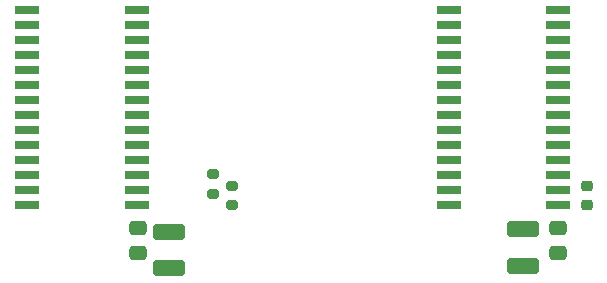
<source format=gbp>
%TF.GenerationSoftware,KiCad,Pcbnew,7.0.8*%
%TF.CreationDate,2023-11-07T21:40:39+02:00*%
%TF.ProjectId,ltp_kikad,6c74705f-6b69-46b6-9164-2e6b69636164,rev?*%
%TF.SameCoordinates,Original*%
%TF.FileFunction,Paste,Bot*%
%TF.FilePolarity,Positive*%
%FSLAX46Y46*%
G04 Gerber Fmt 4.6, Leading zero omitted, Abs format (unit mm)*
G04 Created by KiCad (PCBNEW 7.0.8) date 2023-11-07 21:40:39*
%MOMM*%
%LPD*%
G01*
G04 APERTURE LIST*
G04 Aperture macros list*
%AMRoundRect*
0 Rectangle with rounded corners*
0 $1 Rounding radius*
0 $2 $3 $4 $5 $6 $7 $8 $9 X,Y pos of 4 corners*
0 Add a 4 corners polygon primitive as box body*
4,1,4,$2,$3,$4,$5,$6,$7,$8,$9,$2,$3,0*
0 Add four circle primitives for the rounded corners*
1,1,$1+$1,$2,$3*
1,1,$1+$1,$4,$5*
1,1,$1+$1,$6,$7*
1,1,$1+$1,$8,$9*
0 Add four rect primitives between the rounded corners*
20,1,$1+$1,$2,$3,$4,$5,0*
20,1,$1+$1,$4,$5,$6,$7,0*
20,1,$1+$1,$6,$7,$8,$9,0*
20,1,$1+$1,$8,$9,$2,$3,0*%
G04 Aperture macros list end*
%ADD10R,2.100000X0.650000*%
%ADD11RoundRect,0.250000X-0.475000X0.337500X-0.475000X-0.337500X0.475000X-0.337500X0.475000X0.337500X0*%
%ADD12RoundRect,0.200000X-0.275000X0.200000X-0.275000X-0.200000X0.275000X-0.200000X0.275000X0.200000X0*%
%ADD13RoundRect,0.250000X1.100000X-0.412500X1.100000X0.412500X-1.100000X0.412500X-1.100000X-0.412500X0*%
%ADD14RoundRect,0.225000X0.250000X-0.225000X0.250000X0.225000X-0.250000X0.225000X-0.250000X-0.225000X0*%
G04 APERTURE END LIST*
D10*
%TO.C,IC1*%
X128987000Y-103030000D03*
X128987000Y-101760000D03*
X128987000Y-100490000D03*
X128987000Y-99220000D03*
X128987000Y-97950000D03*
X128987000Y-96680000D03*
X128987000Y-95410000D03*
X128987000Y-94140000D03*
X128987000Y-92870000D03*
X128987000Y-91600000D03*
X128987000Y-90330000D03*
X128987000Y-89060000D03*
X128987000Y-87790000D03*
X128987000Y-86520000D03*
X138287000Y-86520000D03*
X138287000Y-87790000D03*
X138287000Y-89060000D03*
X138287000Y-90330000D03*
X138287000Y-91600000D03*
X138287000Y-92870000D03*
X138287000Y-94140000D03*
X138287000Y-95410000D03*
X138287000Y-96680000D03*
X138287000Y-97950000D03*
X138287000Y-99220000D03*
X138287000Y-100490000D03*
X138287000Y-101760000D03*
X138287000Y-103030000D03*
%TD*%
D11*
%TO.C,C5*%
X173987000Y-104962500D03*
X173987000Y-107037500D03*
%TD*%
D12*
%TO.C,R18*%
X146387000Y-101375000D03*
X146387000Y-103025000D03*
%TD*%
%TO.C,R17*%
X144787000Y-100375000D03*
X144787000Y-102025000D03*
%TD*%
D13*
%TO.C,C2*%
X170987000Y-108162500D03*
X170987000Y-105037500D03*
%TD*%
D11*
%TO.C,C3*%
X138387000Y-104962500D03*
X138387000Y-107037500D03*
%TD*%
D13*
%TO.C,C1*%
X140987000Y-108362500D03*
X140987000Y-105237500D03*
%TD*%
D14*
%TO.C,C4*%
X176387000Y-102975000D03*
X176387000Y-101425000D03*
%TD*%
D10*
%TO.C,IC2*%
X164687000Y-103010000D03*
X164687000Y-101740000D03*
X164687000Y-100470000D03*
X164687000Y-99200000D03*
X164687000Y-97930000D03*
X164687000Y-96660000D03*
X164687000Y-95390000D03*
X164687000Y-94120000D03*
X164687000Y-92850000D03*
X164687000Y-91580000D03*
X164687000Y-90310000D03*
X164687000Y-89040000D03*
X164687000Y-87770000D03*
X164687000Y-86500000D03*
X173987000Y-86500000D03*
X173987000Y-87770000D03*
X173987000Y-89040000D03*
X173987000Y-90310000D03*
X173987000Y-91580000D03*
X173987000Y-92850000D03*
X173987000Y-94120000D03*
X173987000Y-95390000D03*
X173987000Y-96660000D03*
X173987000Y-97930000D03*
X173987000Y-99200000D03*
X173987000Y-100470000D03*
X173987000Y-101740000D03*
X173987000Y-103010000D03*
%TD*%
M02*

</source>
